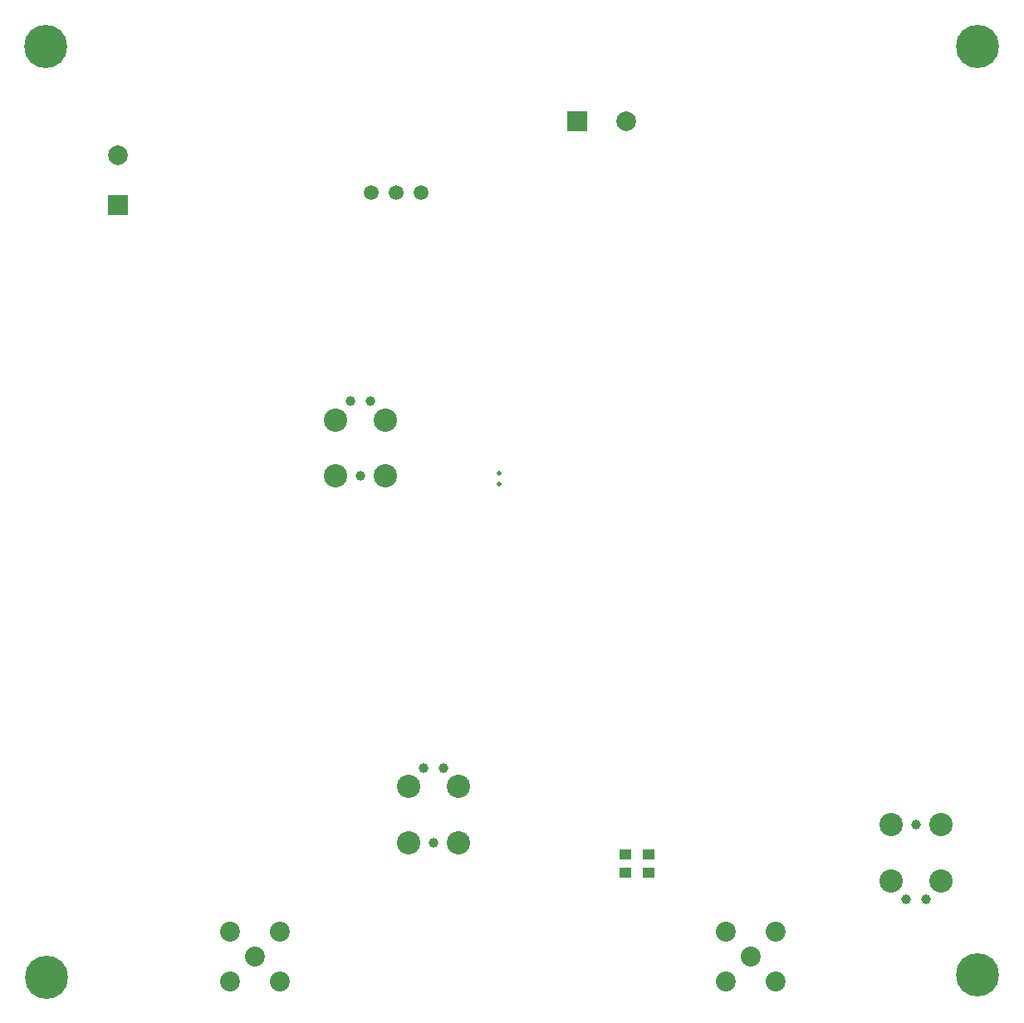
<source format=gbr>
%TF.GenerationSoftware,KiCad,Pcbnew,(5.99.0-10506-gb986797469)*%
%TF.CreationDate,2021-05-19T12:07:34+01:00*%
%TF.ProjectId,LoRa tracker,4c6f5261-2074-4726-9163-6b65722e6b69,rev?*%
%TF.SameCoordinates,Original*%
%TF.FileFunction,Soldermask,Bot*%
%TF.FilePolarity,Negative*%
%FSLAX46Y46*%
G04 Gerber Fmt 4.6, Leading zero omitted, Abs format (unit mm)*
G04 Created by KiCad (PCBNEW (5.99.0-10506-gb986797469)) date 2021-05-19 12:07:34*
%MOMM*%
%LPD*%
G01*
G04 APERTURE LIST*
%ADD10C,0.990600*%
%ADD11C,2.374900*%
%ADD12C,2.030000*%
%ADD13C,0.500000*%
%ADD14C,0.700000*%
%ADD15C,4.400000*%
%ADD16R,2.000000X2.000000*%
%ADD17C,2.000000*%
%ADD18C,1.500000*%
%ADD19R,1.210000X1.010000*%
G04 APERTURE END LIST*
D10*
%TO.C,CON2*%
X95734000Y-76615000D03*
D11*
X94210000Y-84235000D03*
D10*
X97766000Y-76615000D03*
D11*
X94210000Y-78520000D03*
X99290000Y-84235000D03*
D10*
X96750000Y-84235000D03*
D11*
X99290000Y-78520000D03*
%TD*%
D12*
%TO.C,AE3*%
X136590000Y-133190000D03*
X134050000Y-135730000D03*
X134050000Y-130650000D03*
X139130000Y-135730000D03*
X139130000Y-130650000D03*
%TD*%
D13*
%TO.C,Y2*%
X110930000Y-85030000D03*
X110930000Y-83930000D03*
%TD*%
D14*
%TO.C,REF\u002A\u002A*%
X159720000Y-38750000D03*
X160886726Y-39233274D03*
D15*
X159720000Y-40400000D03*
D14*
X158553274Y-41566726D03*
X160886726Y-41566726D03*
X158553274Y-39233274D03*
X158070000Y-40400000D03*
X161370000Y-40400000D03*
X159720000Y-42050000D03*
%TD*%
D16*
%TO.C,J2*%
X118850000Y-48020000D03*
D17*
X123850000Y-48020000D03*
%TD*%
D14*
%TO.C,REF\u002A\u002A*%
X63573274Y-134153274D03*
X64740000Y-133670000D03*
X63573274Y-136486726D03*
X65906726Y-134153274D03*
X64740000Y-136970000D03*
D15*
X64740000Y-135320000D03*
D14*
X63090000Y-135320000D03*
X65906726Y-136486726D03*
X66390000Y-135320000D03*
%TD*%
D12*
%TO.C,AE1*%
X86040000Y-133250000D03*
X88580000Y-130710000D03*
X83500000Y-130710000D03*
X88580000Y-135790000D03*
X83500000Y-135790000D03*
%TD*%
D14*
%TO.C,REF\u002A\u002A*%
X66370000Y-40430000D03*
X63553274Y-39263274D03*
X63553274Y-41596726D03*
D15*
X64720000Y-40430000D03*
D14*
X64720000Y-42080000D03*
X65886726Y-41596726D03*
X63070000Y-40430000D03*
X65886726Y-39263274D03*
X64720000Y-38780000D03*
%TD*%
%TO.C,REF\u002A\u002A*%
X158010000Y-135110000D03*
X158493274Y-133943274D03*
X159660000Y-136760000D03*
X160826726Y-133943274D03*
X159660000Y-133460000D03*
D15*
X159660000Y-135110000D03*
D14*
X161310000Y-135110000D03*
X160826726Y-136276726D03*
X158493274Y-136276726D03*
%TD*%
D18*
%TO.C,U2*%
X97850000Y-55330000D03*
X100390000Y-55330000D03*
X102930000Y-55330000D03*
%TD*%
D16*
%TO.C,J1*%
X72055000Y-56565000D03*
D17*
X72055000Y-51565000D03*
%TD*%
D11*
%TO.C,CON3*%
X150850000Y-125515000D03*
D10*
X152374000Y-127420000D03*
D11*
X155930000Y-125515000D03*
X155930000Y-119800000D03*
D10*
X153390000Y-119800000D03*
D11*
X150850000Y-119800000D03*
D10*
X154406000Y-127420000D03*
%TD*%
D11*
%TO.C,CON1*%
X101660000Y-115910000D03*
D10*
X103184000Y-114005000D03*
D11*
X106740000Y-121625000D03*
X106740000Y-115910000D03*
D10*
X105216000Y-114005000D03*
X104200000Y-121625000D03*
D11*
X101660000Y-121625000D03*
%TD*%
D19*
%TO.C,Y1*%
X126130000Y-124656392D03*
X123770000Y-124656392D03*
X123770000Y-122796392D03*
X126130000Y-122796392D03*
%TD*%
M02*

</source>
